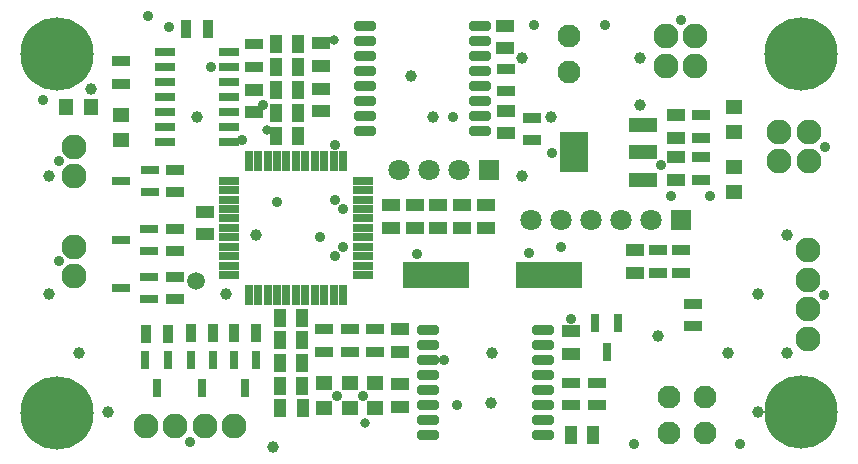
<source format=gts>
G04*
G04 #@! TF.GenerationSoftware,Altium Limited,Altium Designer,18.1.9 (240)*
G04*
G04 Layer_Color=8388736*
%FSLAX44Y44*%
%MOMM*%
G71*
G01*
G75*
%ADD28R,1.4032X1.3032*%
%ADD29R,0.7532X1.7032*%
%ADD30R,1.7032X0.7532*%
%ADD31R,1.3032X1.4032*%
%ADD32R,1.5032X0.9032*%
%ADD33R,1.5032X1.1032*%
%ADD34R,1.1032X1.5032*%
%ADD35R,5.7032X2.2032*%
G04:AMPARAMS|DCode=36|XSize=0.8032mm|YSize=1.8532mm|CornerRadius=0.2516mm|HoleSize=0mm|Usage=FLASHONLY|Rotation=90.000|XOffset=0mm|YOffset=0mm|HoleType=Round|Shape=RoundedRectangle|*
%AMROUNDEDRECTD36*
21,1,0.8032,1.3500,0,0,90.0*
21,1,0.3000,1.8532,0,0,90.0*
1,1,0.5032,0.6750,0.1500*
1,1,0.5032,0.6750,-0.1500*
1,1,0.5032,-0.6750,-0.1500*
1,1,0.5032,-0.6750,0.1500*
%
%ADD36ROUNDEDRECTD36*%
%ADD37R,0.8032X1.6032*%
%ADD38R,2.3532X3.4532*%
%ADD39R,2.3532X1.1532*%
%ADD40R,0.9032X1.5032*%
%ADD41R,1.6032X0.8032*%
%ADD42C,2.1032*%
%ADD43C,1.9532*%
%ADD44C,1.8032*%
%ADD45R,1.8032X1.8032*%
%ADD46C,6.2032*%
%ADD47C,1.5032*%
%ADD48C,1.0032*%
%ADD49C,0.9032*%
%ADD50C,0.8032*%
D28*
X660750Y801500D02*
D03*
Y780500D02*
D03*
X876250Y553500D02*
D03*
Y574500D02*
D03*
X854500Y553500D02*
D03*
Y574500D02*
D03*
X833000Y553500D02*
D03*
Y574500D02*
D03*
X1179500Y736000D02*
D03*
Y757000D02*
D03*
Y787250D02*
D03*
Y808250D02*
D03*
D29*
X769000Y762750D02*
D03*
X777000D02*
D03*
X785000D02*
D03*
X793000D02*
D03*
X801000D02*
D03*
X809000D02*
D03*
X817000D02*
D03*
X825000D02*
D03*
X833000D02*
D03*
X841000D02*
D03*
X849000D02*
D03*
Y648750D02*
D03*
X841000D02*
D03*
X833000D02*
D03*
X825000D02*
D03*
X817000D02*
D03*
X809000D02*
D03*
X801000D02*
D03*
X793000D02*
D03*
X785000D02*
D03*
X777000D02*
D03*
X769000D02*
D03*
D30*
X866000Y745750D02*
D03*
Y737750D02*
D03*
Y729750D02*
D03*
Y721750D02*
D03*
Y713750D02*
D03*
Y705750D02*
D03*
Y697750D02*
D03*
Y689750D02*
D03*
Y681750D02*
D03*
Y673750D02*
D03*
Y665750D02*
D03*
X752000D02*
D03*
Y673750D02*
D03*
Y681750D02*
D03*
Y689750D02*
D03*
Y697750D02*
D03*
Y705750D02*
D03*
Y713750D02*
D03*
Y721750D02*
D03*
Y729750D02*
D03*
Y737750D02*
D03*
Y745750D02*
D03*
X698000Y854600D02*
D03*
Y841900D02*
D03*
Y829200D02*
D03*
Y816500D02*
D03*
Y803800D02*
D03*
Y791100D02*
D03*
Y778400D02*
D03*
X752000Y854600D02*
D03*
Y841900D02*
D03*
Y829200D02*
D03*
Y816500D02*
D03*
Y803800D02*
D03*
Y791100D02*
D03*
Y778400D02*
D03*
D31*
X614250Y807894D02*
D03*
X635250D02*
D03*
D32*
X1145500Y641750D02*
D03*
Y622750D02*
D03*
X1151750Y765500D02*
D03*
Y746500D02*
D03*
Y801250D02*
D03*
Y782250D02*
D03*
X1135250Y687000D02*
D03*
Y668000D02*
D03*
X1115500Y668000D02*
D03*
Y687000D02*
D03*
X876250Y620000D02*
D03*
Y601000D02*
D03*
X854500Y620000D02*
D03*
Y601000D02*
D03*
X833000Y620000D02*
D03*
Y601000D02*
D03*
X1063750Y574750D02*
D03*
Y555750D02*
D03*
X1041750Y574750D02*
D03*
Y555750D02*
D03*
X1008750Y780000D02*
D03*
Y799000D02*
D03*
X986750Y840500D02*
D03*
Y821500D02*
D03*
X706750Y645250D02*
D03*
Y664250D02*
D03*
X706750Y735750D02*
D03*
Y754750D02*
D03*
X706250Y686250D02*
D03*
Y705250D02*
D03*
X660750Y847000D02*
D03*
Y828000D02*
D03*
X773500Y842250D02*
D03*
Y861250D02*
D03*
D33*
X1130750Y765500D02*
D03*
Y746500D02*
D03*
Y801250D02*
D03*
Y782250D02*
D03*
X897500Y573250D02*
D03*
Y554250D02*
D03*
X1096000Y687000D02*
D03*
Y668000D02*
D03*
X897500Y620000D02*
D03*
Y601000D02*
D03*
X1041750Y618250D02*
D03*
Y599250D02*
D03*
X970250Y725000D02*
D03*
Y706000D02*
D03*
X950000Y725000D02*
D03*
Y706000D02*
D03*
X929500Y725000D02*
D03*
Y706000D02*
D03*
X909750Y725000D02*
D03*
Y706000D02*
D03*
X889500Y725000D02*
D03*
Y706000D02*
D03*
X986750Y805014D02*
D03*
Y786014D02*
D03*
X986250Y876750D02*
D03*
Y857750D02*
D03*
X732250Y719250D02*
D03*
Y700250D02*
D03*
X830250Y823500D02*
D03*
Y804500D02*
D03*
Y862000D02*
D03*
Y843000D02*
D03*
X773500Y803750D02*
D03*
Y822750D02*
D03*
D34*
X810750Y861250D02*
D03*
X791750D02*
D03*
X810750Y841750D02*
D03*
X791750D02*
D03*
X810750Y822250D02*
D03*
X791750D02*
D03*
X810750Y803000D02*
D03*
X791750D02*
D03*
X810750Y783750D02*
D03*
X791750D02*
D03*
X1060750Y530550D02*
D03*
X1041750D02*
D03*
X795750Y553000D02*
D03*
X814750D02*
D03*
X795500Y572250D02*
D03*
X814500D02*
D03*
X795500Y591250D02*
D03*
X814500D02*
D03*
X795500Y610500D02*
D03*
X814500D02*
D03*
X795500Y629500D02*
D03*
X814500D02*
D03*
D35*
X928000Y665500D02*
D03*
X1023000D02*
D03*
D36*
X1018000Y530550D02*
D03*
Y543250D02*
D03*
Y555950D02*
D03*
Y568650D02*
D03*
Y581350D02*
D03*
Y594050D02*
D03*
Y606750D02*
D03*
Y619450D02*
D03*
X920500Y530550D02*
D03*
Y543250D02*
D03*
Y555950D02*
D03*
Y568650D02*
D03*
Y581350D02*
D03*
Y594050D02*
D03*
Y606750D02*
D03*
Y619450D02*
D03*
X965250Y787800D02*
D03*
Y800500D02*
D03*
Y813200D02*
D03*
Y825900D02*
D03*
Y838600D02*
D03*
Y851300D02*
D03*
Y864000D02*
D03*
Y876700D02*
D03*
X867750Y787800D02*
D03*
Y800500D02*
D03*
Y813200D02*
D03*
Y825900D02*
D03*
Y838600D02*
D03*
Y851300D02*
D03*
Y864000D02*
D03*
Y876700D02*
D03*
D37*
X1081500Y625000D02*
D03*
X1062500D02*
D03*
X1072000Y601000D02*
D03*
X775500Y594000D02*
D03*
X756500D02*
D03*
X766000Y570000D02*
D03*
X738750Y594000D02*
D03*
X719750D02*
D03*
X729250Y570000D02*
D03*
X700500Y594000D02*
D03*
X681500D02*
D03*
X691000Y570000D02*
D03*
D38*
X1044500Y769750D02*
D03*
D39*
X1102500Y792750D02*
D03*
Y769750D02*
D03*
Y746750D02*
D03*
D40*
X775500Y616500D02*
D03*
X756500D02*
D03*
X738750D02*
D03*
X719750D02*
D03*
X700750Y616000D02*
D03*
X681750D02*
D03*
X715500Y874250D02*
D03*
X734500D02*
D03*
D41*
X684750Y686000D02*
D03*
Y705000D02*
D03*
X660750Y695500D02*
D03*
X685000Y645250D02*
D03*
Y664250D02*
D03*
X661000Y654750D02*
D03*
X685250Y735750D02*
D03*
Y754750D02*
D03*
X661250Y745250D02*
D03*
D42*
X1122250Y843250D02*
D03*
X1147250D02*
D03*
X1122250Y868250D02*
D03*
X1147250D02*
D03*
X1218250Y787000D02*
D03*
Y762000D02*
D03*
X1243250Y787000D02*
D03*
Y762000D02*
D03*
X1242500Y611750D02*
D03*
Y636750D02*
D03*
Y661750D02*
D03*
Y686750D02*
D03*
X621500Y749500D02*
D03*
Y774500D02*
D03*
Y690000D02*
D03*
Y665000D02*
D03*
X756750Y537750D02*
D03*
X731750D02*
D03*
X706750D02*
D03*
X681750D02*
D03*
D43*
X1040250Y868000D02*
D03*
Y838000D02*
D03*
X1155250Y562250D02*
D03*
X1125250D02*
D03*
X1155250Y532250D02*
D03*
X1125250D02*
D03*
D44*
X896000Y754500D02*
D03*
X921400D02*
D03*
X946800D02*
D03*
X1008250Y712500D02*
D03*
X1033650D02*
D03*
X1084450D02*
D03*
X1109850D02*
D03*
X1059050D02*
D03*
D45*
X972200Y754500D02*
D03*
X1135250Y712500D02*
D03*
D46*
X1236500Y852800D02*
D03*
Y550250D02*
D03*
X606750Y852800D02*
D03*
X607000Y548750D02*
D03*
D47*
X724250Y660441D02*
D03*
D48*
X635250Y823000D02*
D03*
X974500Y557750D02*
D03*
X789750Y520250D02*
D03*
X1115165Y614000D02*
D03*
X906269Y834250D02*
D03*
X1100000Y809750D02*
D03*
X1225000Y700000D02*
D03*
X1200000Y650000D02*
D03*
X1225000Y600000D02*
D03*
X1200000Y550000D02*
D03*
X1175000Y600000D02*
D03*
X1100000Y850000D02*
D03*
X1000000D02*
D03*
X1025000Y800000D02*
D03*
X1000000Y750000D02*
D03*
X975000Y600000D02*
D03*
X925000Y800000D02*
D03*
X775000Y700000D02*
D03*
X750000Y650000D02*
D03*
X725000Y800000D02*
D03*
X650000Y550000D02*
D03*
X600000Y750000D02*
D03*
Y650000D02*
D03*
X625000Y600000D02*
D03*
D49*
X683500Y884788D02*
D03*
X1025500Y768811D02*
D03*
X1134750Y881650D02*
D03*
X1070250Y877400D02*
D03*
X1010250D02*
D03*
X1185250Y522850D02*
D03*
X1095250D02*
D03*
X594750Y814000D02*
D03*
X842040Y776290D02*
D03*
X781038Y810164D02*
D03*
X793000Y727285D02*
D03*
X849250Y721562D02*
D03*
X842000Y729770D02*
D03*
X1006250Y684500D02*
D03*
X945000Y555950D02*
D03*
X934750Y594000D02*
D03*
X1033557Y689750D02*
D03*
X1256650Y774500D02*
D03*
X1255900Y649250D02*
D03*
X608100Y762000D02*
D03*
Y677500D02*
D03*
X719250Y524350D02*
D03*
X829287Y697750D02*
D03*
X843967Y563568D02*
D03*
X865500D02*
D03*
X1118000Y759000D02*
D03*
X942000Y799750D02*
D03*
X1159750Y732750D02*
D03*
X1126750D02*
D03*
X701250Y875500D02*
D03*
X737000Y841750D02*
D03*
X1041750Y629000D02*
D03*
X911250Y684020D02*
D03*
X842000Y681750D02*
D03*
X849250Y689750D02*
D03*
X763500Y780000D02*
D03*
D50*
X841243Y865250D02*
D03*
X867161Y540250D02*
D03*
X784710Y789029D02*
D03*
M02*

</source>
